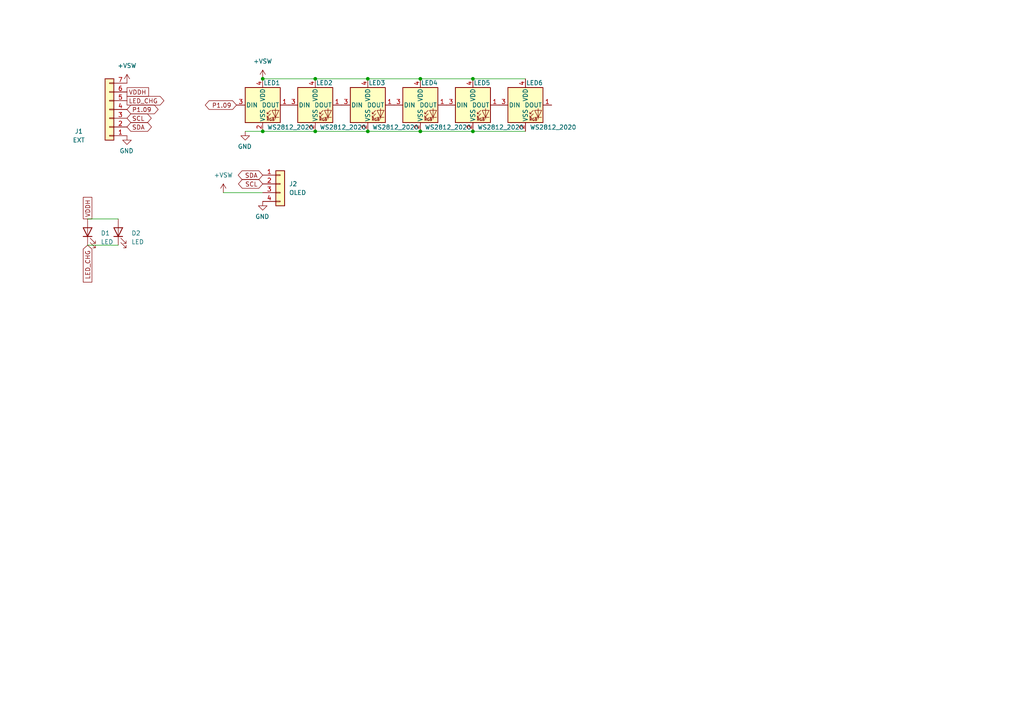
<source format=kicad_sch>
(kicad_sch (version 20230121) (generator eeschema)
  (paper "A4")
  (lib_symbols
    (symbol "Connector_Generic:Conn_01x04" (pin_names (offset 1.016) hide)
      (property "Reference" "J" (at 0 5.08 0))
      (property "Value" "Conn_01x04" (at 0 -7.62 0))
      (symbol "Conn_01x04_1_1"
        (rectangle (start -1.27 -4.953) (end 0 -5.207) (stroke (width 0.1524)))
        (rectangle (start -1.27 -2.413) (end 0 -2.667) (stroke (width 0.1524)))
        (rectangle (start -1.27 0.127) (end 0 -0.127) (stroke (width 0.1524)))
        (rectangle (start -1.27 2.667) (end 0 2.413) (stroke (width 0.1524)))
        (rectangle (start -1.27 3.81) (end 1.27 -6.35) (stroke (width 0.254)) (fill (type background)))
        (pin passive line (at -5.08 2.54 0) (length 3.81) (name "Pin_1") (number "1"))
        (pin passive line (at -5.08 0 0) (length 3.81) (name "Pin_2") (number "2"))
        (pin passive line (at -5.08 -2.54 0) (length 3.81) (name "Pin_3") (number "3"))
        (pin passive line (at -5.08 -5.08 0) (length 3.81) (name "Pin_4") (number "4"))
      )
    )
    (symbol "Connector_Generic:Conn_01x07" (pin_names (offset 1.016) hide)
      (property "Reference" "J" (at 0 10.16 0))
      (property "Value" "Conn_01x07" (at 0 -10.16 0))
      (symbol "Conn_01x07_1_1"
        (rectangle (start -1.27 -7.493) (end 0 -7.747) (stroke (width 0.1524)))
        (rectangle (start -1.27 -4.953) (end 0 -5.207) (stroke (width 0.1524)))
        (rectangle (start -1.27 -2.413) (end 0 -2.667) (stroke (width 0.1524)))
        (rectangle (start -1.27 0.127) (end 0 -0.127) (stroke (width 0.1524)))
        (rectangle (start -1.27 2.667) (end 0 2.413) (stroke (width 0.1524)))
        (rectangle (start -1.27 5.207) (end 0 4.953) (stroke (width 0.1524)))
        (rectangle (start -1.27 7.747) (end 0 7.493) (stroke (width 0.1524)))
        (rectangle (start -1.27 8.89) (end 1.27 -8.89) (stroke (width 0.254)) (fill (type background)))
        (pin passive line (at -5.08 7.62 0) (length 3.81) (name "Pin_1") (number "1"))
        (pin passive line (at -5.08 5.08 0) (length 3.81) (name "Pin_2") (number "2"))
        (pin passive line (at -5.08 2.54 0) (length 3.81) (name "Pin_3") (number "3"))
        (pin passive line (at -5.08 0 0) (length 3.81) (name "Pin_4") (number "4"))
        (pin passive line (at -5.08 -2.54 0) (length 3.81) (name "Pin_5") (number "5"))
        (pin passive line (at -5.08 -5.08 0) (length 3.81) (name "Pin_6") (number "6"))
        (pin passive line (at -5.08 -7.62 0) (length 3.81) (name "Pin_7") (number "7"))
      )
    )
    (symbol "Device:LED" (pin_numbers hide) (pin_names (offset 1.016) hide)
      (property "Reference" "D" (at 0 2.54 0))
      (property "Value" "LED" (at 0 -2.54 0))
      (symbol "LED_0_1"
        (polyline (pts (xy -1.27 -1.27) (xy -1.27 1.27)) (stroke (width 0.254)))
        (polyline (pts (xy -1.27 0) (xy 1.27 0)))
        (polyline (pts (xy 1.27 -1.27) (xy 1.27 1.27) (xy -1.27 0) (xy 1.27 -1.27)) (stroke (width 0.254)))
        (polyline (pts (xy -3.048 -0.762) (xy -4.572 -2.286) (xy -3.81 -2.286) (xy -4.572 -2.286) (xy -4.572 -1.524)))
        (polyline (pts (xy -1.778 -0.762) (xy -3.302 -2.286) (xy -2.54 -2.286) (xy -3.302 -2.286) (xy -3.302 -1.524)))
      )
      (symbol "LED_1_1"
        (pin passive line (at -3.81 0 0) (length 2.54) (name "K") (number "1"))
        (pin passive line (at 3.81 0 180) (length 2.54) (name "A") (number "2"))
      )
    )
    (symbol "PCM_marbastlib-various:WS2812_2020" (pin_names (offset 0.254))
      (property "Reference" "LED" (at 5.08 5.715 0))
      (property "Value" "WS2812_2020" (at 1.27 -5.715 0))
      (symbol "WS2812_2020_0_0"
        (text "RGB" (at 2.286 -4.191 0) (effects (font (size 0.762 0.762))))
      )
      (symbol "WS2812_2020_0_1"
        (polyline (pts (xy 1.27 -3.556) (xy 1.778 -3.556)))
        (polyline (pts (xy 1.27 -2.54) (xy 1.778 -2.54)))
        (polyline (pts (xy 4.699 -3.556) (xy 2.667 -3.556)))
        (polyline (pts (xy 2.286 -2.54) (xy 1.27 -3.556) (xy 1.27 -3.048)))
        (polyline (pts (xy 2.286 -1.524) (xy 1.27 -2.54) (xy 1.27 -2.032)))
        (polyline (pts (xy 3.683 -1.016) (xy 3.683 -3.556) (xy 3.683 -4.064)))
        (polyline (pts (xy 4.699 -1.524) (xy 2.667 -1.524) (xy 3.683 -3.556) (xy 4.699 -1.524)))
        (rectangle (start 5.08 5.08) (end -5.08 -5.08) (stroke (width 0.254)) (fill (type background)))
      )
      (symbol "WS2812_2020_1_1"
        (pin output line (at 7.62 0 180) (length 2.54) (name "DOUT") (number "1"))
        (pin power_in line (at 0 -7.62 90) (length 2.54) (name "VSS") (number "2"))
        (pin input line (at -7.62 0 0) (length 2.54) (name "DIN") (number "3"))
        (pin power_in line (at 0 7.62 270) (length 2.54) (name "VDD") (number "4"))
      )
    )
    (symbol "power:+VSW" (power) (pin_names (offset 0))
      (property "Value" "+VSW" (at 0 3.556 0))
      (symbol "+VSW_0_1"
        (polyline (pts (xy -0.762 1.27) (xy 0 2.54)))
        (polyline (pts (xy 0 0) (xy 0 2.54)))
        (polyline (pts (xy 0 2.54) (xy 0.762 1.27)))
      )
      (symbol "+VSW_1_1"
        (pin power_in line (at 0 0 90) (length 0) hide (name "+VSW") (number "1"))
      )
    )
    (symbol "power:GND" (power) (pin_names (offset 0))
      (property "Value" "GND" (at 0 -3.81 0))
      (symbol "GND_0_1"
        (polyline (pts (xy 0 0) (xy 0 -1.27) (xy 1.27 -1.27) (xy 0 -2.54) (xy -1.27 -1.27) (xy 0 -1.27)))
      )
      (symbol "GND_1_1"
        (pin power_in line (at 0 0 270) (length 0) hide (name "GND") (number "1"))
      )
    )
  )
  (junction (at 137.16 22.86))
  (junction (at 121.92 38.1))
  (junction (at 121.92 22.86))
  (junction (at 106.68 38.1))
  (junction (at 76.2 38.1))
  (junction (at 76.2 22.86))
  (junction (at 106.68 22.86))
  (junction (at 91.44 22.86))
  (junction (at 91.44 38.1))
  (junction (at 137.16 38.1))
  (wire (pts (xy 91.44 22.86) (xy 106.68 22.86)))
  (wire (pts (xy 91.44 38.1) (xy 106.68 38.1)))
  (wire (pts (xy 121.92 38.1) (xy 137.16 38.1)))
  (wire (pts (xy 106.68 38.1) (xy 121.92 38.1)))
  (wire (pts (xy 25.4 71.12) (xy 34.29 71.12)))
  (wire (pts (xy 64.77 55.88) (xy 76.2 55.88)))
  (wire (pts (xy 71.12 38.1) (xy 76.2 38.1)))
  (wire (pts (xy 137.16 38.1) (xy 152.4 38.1)))
  (wire (pts (xy 25.4 63.5) (xy 34.29 63.5)))
  (wire (pts (xy 76.2 38.1) (xy 91.44 38.1)))
  (wire (pts (xy 76.2 22.86) (xy 91.44 22.86)))
  (wire (pts (xy 137.16 22.86) (xy 152.4 22.86)))
  (wire (pts (xy 106.68 22.86) (xy 121.92 22.86)))
  (wire (pts (xy 121.92 22.86) (xy 137.16 22.86)))
  (global_label "VDDH" (shape passive) (at 25.4 63.5 90) (property "Intersheetrefs" "${INTERSHEET_REFS}" (effects hide)))
  (global_label "SDA" (shape bidirectional) (at 36.83 36.83 0) (property "Intersheetrefs" "${INTERSHEET_REFS}" (effects hide)))
  (global_label "P1.09" (shape bidirectional) (at 68.58 30.48 180) (property "Intersheetrefs" "${INTERSHEET_REFS}" (effects hide)))
  (global_label "VDDH" (shape passive) (at 36.83 26.67 0) (property "Intersheetrefs" "${INTERSHEET_REFS}" (effects hide)))
  (global_label "SDA" (shape bidirectional) (at 76.2 50.8 180) (property "Intersheetrefs" "${INTERSHEET_REFS}" (effects hide)))
  (global_label "LED_CHG" (shape input) (at 25.4 71.12 270) (property "Intersheetrefs" "${INTERSHEET_REFS}" (effects hide)))
  (global_label "SCL" (shape bidirectional) (at 36.83 34.29 0) (property "Intersheetrefs" "${INTERSHEET_REFS}" (effects hide)))
  (global_label "LED_CHG" (shape output) (at 36.83 29.21 0) (property "Intersheetrefs" "${INTERSHEET_REFS}" (effects hide)))
  (global_label "P1.09" (shape bidirectional) (at 36.83 31.75 0) (property "Intersheetrefs" "${INTERSHEET_REFS}" (effects hide)))
  (global_label "SCL" (shape bidirectional) (at 76.2 53.34 180) (property "Intersheetrefs" "${INTERSHEET_REFS}" (effects hide)))
  (symbol (lib_id "power:+VSW") (at 64.77 55.88 0) (mirror y) (unit 1)
    (property "Reference" "#PWR05" (effects hide))
    (property "Value" "+VSW" (at 64.77 50.8 0))
  )
  (symbol (lib_id "Device:LED") (at 34.29 67.31 90) (unit 1)
    (property "Reference" "D2" (at 38.1 67.6274 90) (effects (justify right)))
    (property "Value" "LED" (at 38.1 70.1674 90) (effects (justify right)))
    (property "Footprint" "LED_THT:LED_Rectangular_W3.0mm_H2.0mm" (effects hide))
  )
  (symbol (lib_id "PCM_marbastlib-various:WS2812_2020") (at 91.44 30.48 0) (unit 1)
    (property "Reference" "LED2" (at 96.52 24.765 0) (effects (justify right bottom)))
    (property "Value" "WS2812_2020" (at 92.71 36.195 0) (effects (justify left top)))
    (property "Footprint" "PCM_marbastlib-various:LED_WS2812_2020" (effects hide))
    (property "Datasheet" "https://www.world-semi.com/DownLoadFile/139" (effects hide))
  )
  (symbol (lib_id "Connector_Generic:Conn_01x04") (at 81.28 53.34 0) (unit 1)
    (property "Reference" "J2" (at 83.82 53.3399 0) (effects (justify left)))
    (property "Value" "OLED" (at 83.82 55.8799 0) (effects (justify left)))
    (property "Footprint" "Connector_PinHeader_2.54mm:PinHeader_1x04_P2.54mm_Vertical" (effects hide))
  )
  (symbol (lib_id "power:GND") (at 76.2 58.42 0) (mirror y) (unit 1)
    (property "Reference" "#PWR06" (effects hide))
    (property "Value" "GND" (at 76.073 62.8142 0))
  )
  (symbol (lib_id "PCM_marbastlib-various:WS2812_2020") (at 76.2 30.48 0) (unit 1)
    (property "Reference" "LED1" (at 81.28 24.765 0) (effects (justify right bottom)))
    (property "Value" "WS2812_2020" (at 77.47 36.195 0) (effects (justify left top)))
    (property "Footprint" "PCM_marbastlib-various:LED_WS2812_2020" (effects hide))
    (property "Datasheet" "https://www.world-semi.com/DownLoadFile/139" (effects hide))
  )
  (symbol (lib_id "Device:LED") (at 25.4 67.31 90) (unit 1)
    (property "Reference" "D1" (at 29.21 67.6274 90) (effects (justify right)))
    (property "Value" "LED" (at 29.21 70.1674 90) (effects (justify right)))
    (property "Footprint" "LED_SMD:LED_0805_2012Metric_Pad1.15x1.40mm_HandSolder" (effects hide))
  )
  (symbol (lib_id "Connector_Generic:Conn_01x07") (at 31.75 31.75 180) (unit 1)
    (property "Reference" "J1" (at 22.86 38.1 0))
    (property "Value" "EXT" (at 22.86 40.64 0))
    (property "Footprint" "Connector_Molex:Molex_PicoBlade_53048-0710_1x07_P1.25mm_Horizontal" (effects hide))
  )
  (symbol (lib_id "PCM_marbastlib-various:WS2812_2020") (at 152.4 30.48 0) (unit 1)
    (property "Reference" "LED6" (at 157.48 24.765 0) (effects (justify right bottom)))
    (property "Value" "WS2812_2020" (at 153.67 36.195 0) (effects (justify left top)))
    (property "Footprint" "PCM_marbastlib-various:LED_WS2812_2020" (effects hide))
    (property "Datasheet" "https://www.world-semi.com/DownLoadFile/139" (effects hide))
  )
  (symbol (lib_id "PCM_marbastlib-various:WS2812_2020") (at 137.16 30.48 0) (unit 1)
    (property "Reference" "LED5" (at 142.24 24.765 0) (effects (justify right bottom)))
    (property "Value" "WS2812_2020" (at 138.43 36.195 0) (effects (justify left top)))
    (property "Footprint" "PCM_marbastlib-various:LED_WS2812_2020" (effects hide))
    (property "Datasheet" "https://www.world-semi.com/DownLoadFile/139" (effects hide))
  )
  (symbol (lib_id "PCM_marbastlib-various:WS2812_2020") (at 121.92 30.48 0) (unit 1)
    (property "Reference" "LED4" (at 127 24.765 0) (effects (justify right bottom)))
    (property "Value" "WS2812_2020" (at 123.19 36.195 0) (effects (justify left top)))
    (property "Footprint" "PCM_marbastlib-various:LED_WS2812_2020" (effects hide))
    (property "Datasheet" "https://www.world-semi.com/DownLoadFile/139" (effects hide))
  )
  (symbol (lib_id "power:+VSW") (at 76.2 22.86 0) (mirror y) (unit 1)
    (property "Reference" "#PWR01" (effects hide))
    (property "Value" "+VSW" (at 76.2 17.78 0))
  )
  (symbol (lib_id "PCM_marbastlib-various:WS2812_2020") (at 106.68 30.48 0) (unit 1)
    (property "Reference" "LED3" (at 111.76 24.765 0) (effects (justify right bottom)))
    (property "Value" "WS2812_2020" (at 107.95 36.195 0) (effects (justify left top)))
    (property "Footprint" "PCM_marbastlib-various:LED_WS2812_2020" (effects hide))
    (property "Datasheet" "https://www.world-semi.com/DownLoadFile/139" (effects hide))
  )
  (symbol (lib_id "power:GND") (at 36.83 39.37 0) (mirror y) (unit 1)
    (property "Reference" "#PWR04" (effects hide))
    (property "Value" "GND" (at 36.703 43.7642 0))
  )
  (symbol (lib_id "power:GND") (at 71.12 38.1 0) (mirror y) (unit 1)
    (property "Reference" "#PWR03" (effects hide))
    (property "Value" "GND" (at 70.993 42.4942 0))
  )
  (symbol (lib_id "power:+VSW") (at 36.83 24.13 0) (mirror y) (unit 1)
    (property "Reference" "#PWR02" (effects hide))
    (property "Value" "+VSW" (at 36.83 19.05 0))
  )
)
</source>
